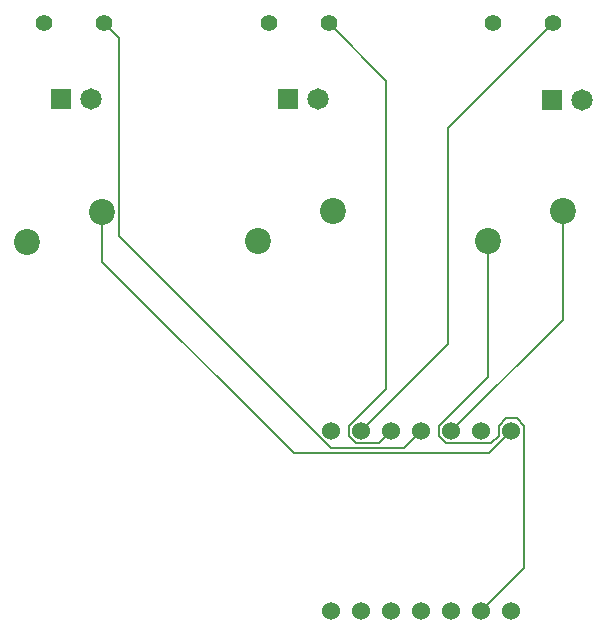
<source format=gbr>
%TF.GenerationSoftware,KiCad,Pcbnew,9.0.5*%
%TF.CreationDate,2025-11-21T19:42:06+02:00*%
%TF.ProjectId,ProtoSwitch,50726f74-6f53-4776-9974-63682e6b6963,rev?*%
%TF.SameCoordinates,Original*%
%TF.FileFunction,Copper,L2,Bot*%
%TF.FilePolarity,Positive*%
%FSLAX46Y46*%
G04 Gerber Fmt 4.6, Leading zero omitted, Abs format (unit mm)*
G04 Created by KiCad (PCBNEW 9.0.5) date 2025-11-21 19:42:06*
%MOMM*%
%LPD*%
G01*
G04 APERTURE LIST*
%TA.AperFunction,ComponentPad*%
%ADD10C,1.524000*%
%TD*%
%TA.AperFunction,ComponentPad*%
%ADD11C,1.815000*%
%TD*%
%TA.AperFunction,ComponentPad*%
%ADD12R,1.815000X1.815000*%
%TD*%
%TA.AperFunction,ComponentPad*%
%ADD13C,1.400000*%
%TD*%
%TA.AperFunction,ComponentPad*%
%ADD14C,2.200000*%
%TD*%
%TA.AperFunction,Conductor*%
%ADD15C,0.200000*%
%TD*%
G04 APERTURE END LIST*
D10*
%TO.P,U1,1,GPIO26/ADC0/A0*%
%TO.N,button1*%
X170851500Y-87880000D03*
%TO.P,U1,2,GPIO27/ADC1/A1*%
%TO.N,button2*%
X168311500Y-87880000D03*
%TO.P,U1,3,GPIO28/ADC2/A2*%
%TO.N,button3*%
X165771500Y-87880000D03*
%TO.P,U1,4,GPIO29/ADC3/A3*%
%TO.N,Led1*%
X163231500Y-87880000D03*
%TO.P,U1,5,GPIO6/SDA*%
%TO.N,Led2*%
X160691500Y-87880000D03*
%TO.P,U1,6,GPIO7/SCL*%
%TO.N,Led3*%
X158151500Y-87880000D03*
%TO.P,U1,7,GPIO0/TX*%
%TO.N,unconnected-(U1-GPIO0{slash}TX-Pad7)*%
X155611500Y-87880000D03*
%TO.P,U1,8,GPIO1/RX*%
%TO.N,unconnected-(U1-GPIO1{slash}RX-Pad8)*%
X155611500Y-103120000D03*
%TO.P,U1,9,GPIO2/SCK*%
%TO.N,unconnected-(U1-GPIO2{slash}SCK-Pad9)*%
X158151500Y-103120000D03*
%TO.P,U1,10,GPIO4/MISO*%
%TO.N,unconnected-(U1-GPIO4{slash}MISO-Pad10)*%
X160691500Y-103120000D03*
%TO.P,U1,11,GPIO3/MOSI*%
%TO.N,unconnected-(U1-GPIO3{slash}MOSI-Pad11)*%
X163231500Y-103120000D03*
%TO.P,U1,12,3V3*%
%TO.N,unconnected-(U1-3V3-Pad12)*%
X165771500Y-103120000D03*
%TO.P,U1,13,GND*%
%TO.N,GND*%
X168311500Y-103120000D03*
%TO.P,U1,14,VBUS*%
%TO.N,unconnected-(U1-VBUS-Pad14)*%
X170851500Y-103120000D03*
%TD*%
D11*
%TO.P,D3,A*%
%TO.N,Net-(D3-PadA)*%
X176851500Y-59880000D03*
D12*
%TO.P,D3,C*%
%TO.N,GND*%
X174311500Y-59880000D03*
%TD*%
D13*
%TO.P,R1,2*%
%TO.N,Led1*%
X136391500Y-53380000D03*
%TO.P,R1,1*%
%TO.N,Net-(D1-PadA)*%
X131311500Y-53380000D03*
%TD*%
D11*
%TO.P,D1,A*%
%TO.N,Net-(D1-PadA)*%
X135231500Y-59806500D03*
D12*
%TO.P,D1,C*%
%TO.N,GND*%
X132691500Y-59806500D03*
%TD*%
D14*
%TO.P,SW3,1,1*%
%TO.N,button3*%
X175191500Y-69226500D03*
%TO.P,SW3,2,2*%
%TO.N,GND*%
X168841500Y-71766500D03*
%TD*%
%TO.P,SW2,1,1*%
%TO.N,button2*%
X155771500Y-69226500D03*
%TO.P,SW2,2,2*%
%TO.N,GND*%
X149421500Y-71766500D03*
%TD*%
%TO.P,SW1,1,1*%
%TO.N,button1*%
X136231500Y-69306500D03*
%TO.P,SW1,2,2*%
%TO.N,GND*%
X129881500Y-71846500D03*
%TD*%
D13*
%TO.P,R3,1*%
%TO.N,Net-(D3-PadA)*%
X169311500Y-53380000D03*
%TO.P,R3,2*%
%TO.N,Led3*%
X174391500Y-53380000D03*
%TD*%
%TO.P,R2,1*%
%TO.N,Net-(D2-PadA)*%
X150311500Y-53380000D03*
%TO.P,R2,2*%
%TO.N,Led2*%
X155391500Y-53380000D03*
%TD*%
D12*
%TO.P,D2,C*%
%TO.N,GND*%
X151961500Y-59806500D03*
D11*
%TO.P,D2,A*%
%TO.N,Net-(D2-PadA)*%
X154501500Y-59806500D03*
%TD*%
D15*
%TO.N,GND*%
X171914500Y-99517000D02*
X168311500Y-103120000D01*
X171914500Y-87439690D02*
X171914500Y-99517000D01*
X171291810Y-86817000D02*
X171914500Y-87439690D01*
X170411190Y-86817000D02*
X171291810Y-86817000D01*
X169788500Y-87439690D02*
X170411190Y-86817000D01*
X169788500Y-88320310D02*
X169788500Y-87439690D01*
X169165810Y-88943000D02*
X169788500Y-88320310D01*
X165331190Y-88943000D02*
X169165810Y-88943000D01*
X164708500Y-88320310D02*
X165331190Y-88943000D01*
X164708500Y-87439690D02*
X164708500Y-88320310D01*
X168841500Y-83306690D02*
X164708500Y-87439690D01*
X168841500Y-71766500D02*
X168841500Y-83306690D01*
%TO.N,button1*%
X168986500Y-89745000D02*
X170851500Y-87880000D01*
X152431530Y-89745000D02*
X168986500Y-89745000D01*
X136231500Y-73544970D02*
X152431530Y-89745000D01*
X136231500Y-69306500D02*
X136231500Y-73544970D01*
%TO.N,button3*%
X175191500Y-78460000D02*
X165771500Y-87880000D01*
X175191500Y-69226500D02*
X175191500Y-78460000D01*
%TO.N,Led1*%
X161767500Y-89344000D02*
X163231500Y-87880000D01*
X155572190Y-89344000D02*
X161767500Y-89344000D01*
X137632500Y-71404310D02*
X155572190Y-89344000D01*
X137632500Y-54621000D02*
X137632500Y-71404310D01*
X136391500Y-53380000D02*
X137632500Y-54621000D01*
%TO.N,Led2*%
X159628500Y-88943000D02*
X160691500Y-87880000D01*
X157088500Y-87439690D02*
X157088500Y-88320310D01*
X157088500Y-88320310D02*
X157711190Y-88943000D01*
X160232200Y-84295990D02*
X157088500Y-87439690D01*
X160232200Y-58220700D02*
X160232200Y-84295990D01*
X157711190Y-88943000D02*
X159628500Y-88943000D01*
X155391500Y-53380000D02*
X160232200Y-58220700D01*
%TO.N,Led3*%
X165500000Y-80531500D02*
X158151500Y-87880000D01*
X165500000Y-62271500D02*
X165500000Y-80531500D01*
X174391500Y-53380000D02*
X165500000Y-62271500D01*
%TD*%
M02*

</source>
